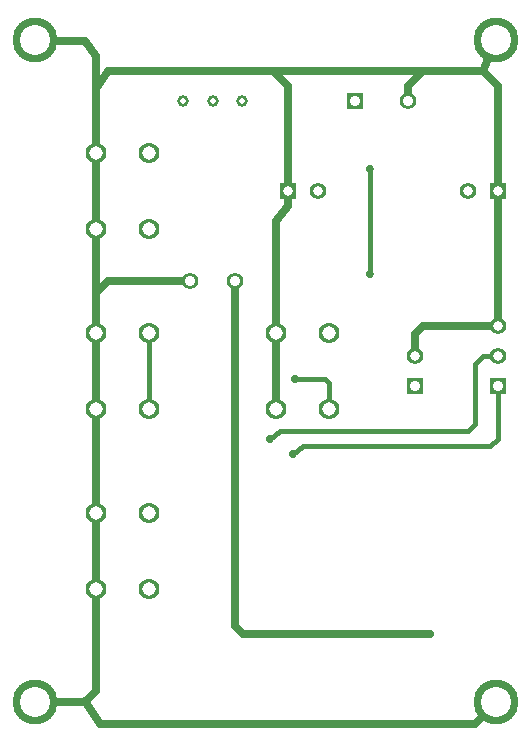
<source format=gbl>
G04 -- Generated By PCBWeb Designer*
%FSLAX24Y24*%
%MOIN*%
%OFA0B0*%
%SFA1.0B1.0*%
%AMROTRECT*21,1,$1,$2,0,0,$3*%
%AMROTOBLONG*1,1,$7,$1,$2*1,1,$7,$3,$4*21,1,$5,$6,0,0,$8*%
%ADD10C,0.025*%
%ADD11C,0.15*%
%ADD12C,0.1*%
%ADD13C,0.16*%
%ADD14C,0.005*%
%ADD15R,0.065X0.0394*%
%ADD16R,0.075X0.0494*%
%ADD17C,0.021*%
%ADD18R,0.0394X0.0866*%
%ADD19R,0.0494X0.0966*%
%ADD20C,0.002*%
%ADD21C,0.018*%
%ADD22C,0.008*%
%ADD23C,0.024*%
%ADD24R,0.055X0.055*%
%ADD25C,0.035*%
%ADD26R,0.065X0.065*%
%ADD27C,0.055*%
%ADD28C,0.032*%
%ADD29C,0.065*%
%ADD30C,0.01*%
%ADD31R,0.0591X0.0512*%
%ADD32R,0.0691X0.0612*%
%ADD33C,0.07*%
%ADD34C,0.045*%
%ADD35C,0.08*%
%ADD36C,0.033*%
%ADD37C,0.033*%
%ADD38C,0.026*%
%ADD39C,0.0394*%
%ADD40C,0.0197*%
%ADD41C,0.0494*%
%ADD42C,0.0059*%
%ADD43C,0.015*%
%ADD44C,0.0275*%
%ADD45C,0.0*%
G01*
%LNSTD*%
%LPD*%
G54D11*
X1575Y2475D03*
X16925Y2475D03*
X1575Y24525D03*
X16925Y24525D03*
G54D24*
X14250Y13000D03*
G54D27*
X14250Y14000D03*
G54D24*
X17000Y13000D03*
G54D27*
X17000Y14000D03*
X17000Y15000D03*
G54D33*
X5386Y18220D03*
X5386Y20780D03*
X3616Y18220D03*
X3616Y20780D03*
X5386Y6220D03*
X5386Y8780D03*
X3616Y6220D03*
X3616Y8780D03*
X11386Y12220D03*
X11386Y14780D03*
X9616Y12220D03*
X9616Y14780D03*
X5386Y12220D03*
X5386Y14780D03*
X3616Y12220D03*
X3616Y14780D03*
G54D24*
X10000Y19500D03*
G54D27*
X11000Y19500D03*
G54D24*
X17000Y19500D03*
G54D27*
X16000Y19500D03*
G54D24*
X12250Y22500D03*
G54D27*
X14000Y22500D03*
X8250Y16500D03*
X6750Y16500D03*
G54D39*
X8484Y22500D03*
X7500Y22500D03*
X6516Y22500D03*
G54D43*
X12750Y16750D02*
X12750Y20250D01*
G54D44*
X12750Y16750D03*
X12750Y20250D03*
G54D10*
X8250Y16500D02*
X8250Y5000D01*
X8500Y4750D01*
G54D44*
X8500Y4750D03*
G54D10*
X14750Y4750D02*
X8500Y4750D01*
G54D44*
X14750Y4750D03*
G54D10*
X9616Y12220D02*
X9616Y14780D01*
X3600Y22900D02*
X4000Y23500D01*
X16500Y23500D01*
X17000Y23000D01*
X17000Y15000D01*
X9616Y14780D02*
X9616Y18500D01*
X10000Y19000D01*
X10000Y19500D01*
X3600Y16100D02*
X4000Y16500D01*
X6750Y16500D01*
X16925Y24525D02*
X16500Y23500D01*
X14500Y23500D02*
X14000Y23000D01*
X14000Y22500D01*
X17000Y15000D02*
X14500Y15000D01*
X14250Y14750D01*
X14250Y14000D01*
X1575Y2475D02*
X3250Y2475D01*
X3616Y2841D01*
X3616Y24000D01*
X3250Y24500D01*
X1750Y24500D01*
X10000Y19500D02*
X10000Y23000D01*
X9500Y23500D01*
X3250Y2500D02*
X3750Y1750D01*
X16250Y1750D01*
X16925Y2475D01*
G54D43*
X10185Y10750D02*
X10500Y11000D01*
G54D44*
X10185Y10750D03*
G54D43*
X10500Y11000D02*
X16750Y11000D01*
X17000Y11250D01*
X17000Y13000D01*
X9398Y11250D02*
X9750Y11500D01*
G54D44*
X9398Y11250D03*
G54D43*
X9750Y11500D02*
X16000Y11500D01*
X16250Y11750D01*
X16250Y13750D01*
X16500Y14000D01*
X17000Y14000D01*
X5386Y14780D02*
X5386Y12250D01*
G54D22*
X5386Y12250D02*
X5386Y12220D01*
G54D43*
X10250Y13250D02*
X11250Y13250D01*
G54D44*
X10250Y13250D03*
G54D43*
X11250Y13250D02*
X11386Y13114D01*
X11386Y12220D01*
%LNERASE*%
%LPC*%
G54D12*
X1575Y2475D03*
X16925Y2475D03*
X1575Y24525D03*
X16925Y24525D03*
G54D25*
X14250Y13000D03*
G54D28*
X14250Y14000D03*
G54D25*
X17000Y13000D03*
G54D28*
X17000Y14000D03*
X17000Y15000D03*
G54D34*
X5386Y18220D03*
X5386Y20780D03*
X3616Y18220D03*
X3616Y20780D03*
X5386Y6220D03*
X5386Y8780D03*
X3616Y6220D03*
X3616Y8780D03*
X11386Y12220D03*
X11386Y14780D03*
X9616Y12220D03*
X9616Y14780D03*
X5386Y12220D03*
X5386Y14780D03*
X3616Y12220D03*
X3616Y14780D03*
G54D36*
X10000Y19500D03*
G54D37*
X11000Y19500D03*
G54D36*
X17000Y19500D03*
G54D37*
X16000Y19500D03*
G54D25*
X12250Y22500D03*
X14000Y22500D03*
X8250Y16500D03*
X6750Y16500D03*
G54D40*
X8484Y22500D03*
X7500Y22500D03*
X6516Y22500D03*
M02*

</source>
